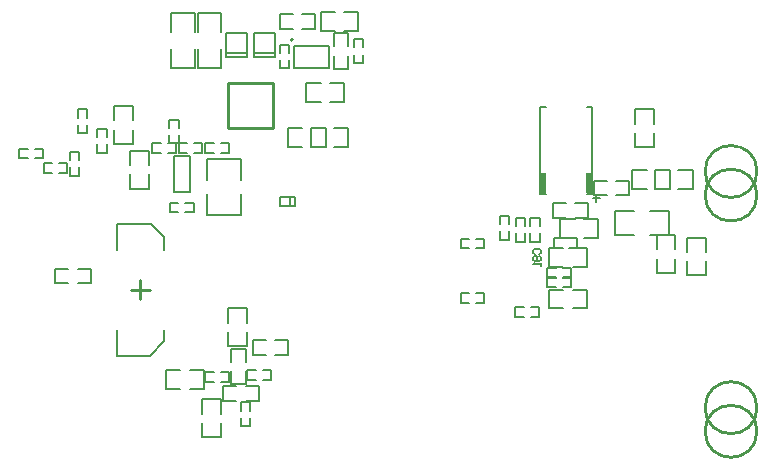
<source format=gbo>
G04*
G04 #@! TF.GenerationSoftware,Altium Limited,Altium Designer,18.1.6 (161)*
G04*
G04 Layer_Color=13010237*
%FSLAX44Y44*%
%MOMM*%
G71*
G01*
G75*
%ADD12C,0.2000*%
%ADD13C,0.2540*%
%ADD14C,0.1500*%
%ADD17R,0.5000X1.8000*%
%ADD174R,0.5000X1.7500*%
D12*
X279000Y471500D02*
G03*
X279000Y471500I-1000J0D01*
G01*
X130000Y293875D02*
Y315875D01*
X159000D01*
X170000Y293875D02*
Y304875D01*
X159000Y315875D02*
X170000Y304875D01*
X158000Y204125D02*
X170000Y216125D01*
Y226125D01*
X130000Y204125D02*
X158000D01*
X130000D02*
Y226125D01*
X178350Y342420D02*
X191558D01*
X178350D02*
Y372900D01*
X191558D01*
Y342420D02*
Y372900D01*
X280000Y447500D02*
X310000D01*
Y466500D01*
X280000D02*
X310000D01*
X280000Y447500D02*
Y466500D01*
X488500Y341000D02*
Y415000D01*
X532500Y341000D02*
Y415000D01*
X488500Y341000D02*
X493000D01*
X528000D02*
X532500D01*
X488500Y415000D02*
X493000D01*
X528000D02*
X532500D01*
X536000Y334500D02*
Y340500D01*
X533000Y337500D02*
X539000Y337500D01*
X276500Y330500D02*
Y338500D01*
X268000Y330500D02*
X281000D01*
X268000D02*
Y334500D01*
X281000Y330500D02*
Y334500D01*
X268000D02*
Y338500D01*
X281000Y334500D02*
Y338500D01*
X268000D02*
X281000D01*
D13*
X672000Y140000D02*
G03*
X672000Y140000I-22000J0D01*
G01*
X672000Y160000D02*
G03*
X672000Y160000I-22000J0D01*
G01*
Y340000D02*
G03*
X672000Y340000I-22000J0D01*
G01*
X672000Y360000D02*
G03*
X672000Y360000I-22000J0D01*
G01*
X262000Y397000D02*
Y435000D01*
X224000D02*
X262000D01*
X224000Y397000D02*
Y435000D01*
Y397000D02*
X262000D01*
X150000Y252000D02*
Y268000D01*
X142000Y260000D02*
X158000D01*
D14*
X294000Y380500D02*
Y396500D01*
X326000Y380500D02*
Y396500D01*
X294000Y380500D02*
X306000D01*
X314000D02*
X326000D01*
X294000Y396500D02*
X306000D01*
X314000D02*
X326000D01*
X275000Y380500D02*
Y396500D01*
X307000Y380500D02*
Y396500D01*
X275000Y380500D02*
X287000D01*
X295000D02*
X307000D01*
X275000Y396500D02*
X287000D01*
X295000D02*
X307000D01*
X496000Y279000D02*
Y295000D01*
X528000Y279000D02*
Y295000D01*
X496000Y279000D02*
X508000D01*
X516000D02*
X528000D01*
X496000Y295000D02*
X508000D01*
X516000D02*
X528000D01*
X314000Y447000D02*
X326000D01*
X314000Y477000D02*
X326000D01*
Y447000D02*
Y458000D01*
Y466000D02*
Y477000D01*
X314000Y447000D02*
Y458000D01*
Y466000D02*
Y477000D01*
X78000Y265500D02*
Y277500D01*
X108000Y265500D02*
Y277500D01*
X78000Y265500D02*
X89000D01*
X97000D02*
X108000D01*
X78000Y277500D02*
X89000D01*
X97000D02*
X108000D01*
X587000Y274000D02*
X603000D01*
X587000Y306000D02*
X603000D01*
Y274000D02*
Y286000D01*
Y294000D02*
Y306000D01*
X587000Y274000D02*
Y286000D01*
Y294000D02*
Y306000D01*
X239000Y178000D02*
X250000D01*
X220000D02*
X231000D01*
X239000Y166000D02*
X250000D01*
X220000D02*
X231000D01*
X250000D02*
Y178000D01*
X220000Y166000D02*
Y178000D01*
X206000Y370500D02*
X235500D01*
Y353000D02*
Y370500D01*
X205990Y353000D02*
X206000Y370500D01*
X235500Y323500D02*
X235510Y341000D01*
X206000Y323500D02*
Y341000D01*
Y323500D02*
X235500D01*
X529000Y321000D02*
Y333000D01*
X499000Y321000D02*
Y333000D01*
X518000D02*
X529000D01*
X499000D02*
X510000D01*
X518000Y321000D02*
X529000D01*
X499000D02*
X510000D01*
X505500Y304000D02*
Y320000D01*
X537500Y304000D02*
Y320000D01*
X505500Y304000D02*
X517500D01*
X525500D02*
X537500D01*
X505500Y320000D02*
X517500D01*
X525500D02*
X537500D01*
X488000Y300500D02*
Y307500D01*
Y313500D02*
Y320500D01*
X480000Y300500D02*
Y307500D01*
Y313500D02*
Y320500D01*
Y300500D02*
X488000D01*
X480000Y320500D02*
X488000D01*
X160000Y376000D02*
X167000D01*
X173000D02*
X180000D01*
X160000Y384000D02*
X167000D01*
X173000D02*
X180000D01*
X160000Y376000D02*
Y384000D01*
X180000Y376000D02*
Y384000D01*
X141000Y345500D02*
X157000D01*
X141000Y377500D02*
X157000D01*
Y345500D02*
Y357500D01*
Y365500D02*
Y377500D01*
X141000Y345500D02*
Y357500D01*
Y365500D02*
Y377500D01*
X454000Y315250D02*
Y322250D01*
Y302250D02*
Y309250D01*
X462000Y315250D02*
Y322250D01*
Y302250D02*
Y309250D01*
X454000Y322250D02*
X462000D01*
X454000Y302250D02*
X462000D01*
X60500Y379000D02*
X67500D01*
X47500D02*
X54500D01*
X60500Y371000D02*
X67500D01*
X47500D02*
X54500D01*
X67500D02*
Y379000D01*
X47500Y371000D02*
Y379000D01*
X90000Y369500D02*
Y376500D01*
Y356500D02*
Y363500D01*
X98000Y369500D02*
Y376500D01*
Y356500D02*
Y363500D01*
X90000Y376500D02*
X98000D01*
X90000Y356500D02*
X98000D01*
X480500Y245000D02*
X487500D01*
X467500D02*
X474500D01*
X480500Y237000D02*
X487500D01*
X467500D02*
X474500D01*
X487500D02*
Y245000D01*
X467500Y237000D02*
Y245000D01*
X507500Y270000D02*
X514500D01*
X494500D02*
X501500D01*
X507500Y262000D02*
X514500D01*
X494500D02*
X501500D01*
X514500D02*
Y270000D01*
X494500Y262000D02*
Y270000D01*
X441000Y295250D02*
Y303250D01*
X421000Y295250D02*
Y303250D01*
X434000D02*
X441000D01*
X421000D02*
X428000D01*
X434000Y295250D02*
X441000D01*
X421000D02*
X428000D01*
X421000Y248750D02*
X428000D01*
X434000D02*
X441000D01*
X421000Y256750D02*
X428000D01*
X434000D02*
X441000D01*
X421000Y248750D02*
Y256750D01*
X441000Y248750D02*
Y256750D01*
X500000Y295500D02*
Y303500D01*
X520000Y295500D02*
Y303500D01*
X500000Y295500D02*
X507000D01*
X513000D02*
X520000D01*
X500000Y303500D02*
X507000D01*
X513000D02*
X520000D01*
X205000Y376000D02*
X212000D01*
X218000D02*
X225000D01*
X205000Y384000D02*
X212000D01*
X218000D02*
X225000D01*
X205000Y376000D02*
Y384000D01*
X225000Y376000D02*
Y384000D01*
X227000Y180000D02*
X239000D01*
X227000Y210000D02*
X239000D01*
Y180000D02*
Y191000D01*
Y199000D02*
Y210000D01*
X227000Y180000D02*
Y191000D01*
Y199000D02*
Y210000D01*
X182500Y384000D02*
Y391000D01*
Y397000D02*
Y404000D01*
X174500Y384000D02*
Y391000D01*
Y397000D02*
Y404000D01*
Y384000D02*
X182500D01*
X174500Y404000D02*
X182500D01*
X202250Y376000D02*
Y384000D01*
X182250Y376000D02*
Y384000D01*
X195250D02*
X202250D01*
X182250D02*
X189250D01*
X195250Y376000D02*
X202250D01*
X182250D02*
X189250D01*
X113500Y396000D02*
X121500D01*
X113500Y376000D02*
X121500D01*
X113500Y389000D02*
Y396000D01*
Y376000D02*
Y383000D01*
X121500Y389000D02*
Y396000D01*
Y376000D02*
Y383000D01*
X551500Y306500D02*
Y326500D01*
X597500Y306500D02*
Y326500D01*
X551500Y306500D02*
X567500D01*
X581500D02*
X597500D01*
X551500Y326500D02*
X567500D01*
X581500D02*
X597500D01*
X507500Y278500D02*
X514500D01*
X494500D02*
X501500D01*
X507500Y270500D02*
X514500D01*
X494500D02*
X501500D01*
X514500D02*
Y278500D01*
X494500Y270500D02*
Y278500D01*
X467750Y313500D02*
Y320500D01*
Y300500D02*
Y307500D01*
X475750Y313500D02*
Y320500D01*
Y300500D02*
Y307500D01*
X467750Y320500D02*
X475750D01*
X467750Y300500D02*
X475750D01*
X566500Y345500D02*
X578500D01*
X586500D02*
X598500D01*
X566500Y361500D02*
X578500D01*
X586500D02*
X598500D01*
X566500Y345500D02*
Y361500D01*
X598500Y345500D02*
Y361500D01*
X81000Y367000D02*
X88000D01*
X68000D02*
X75000D01*
X81000Y359000D02*
X88000D01*
X68000D02*
X75000D01*
X88000D02*
Y367000D01*
X68000Y359000D02*
Y367000D01*
X188000Y333500D02*
X195000D01*
X175000D02*
X182000D01*
X188000Y325500D02*
X195000D01*
X175000D02*
X182000D01*
X195000D02*
Y333500D01*
X175000Y325500D02*
Y333500D01*
X564000Y340000D02*
Y352000D01*
X534000Y340000D02*
Y352000D01*
X553000D02*
X564000D01*
X534000D02*
X545000D01*
X553000Y340000D02*
X564000D01*
X534000D02*
X545000D01*
X496000Y244000D02*
Y260000D01*
X528000Y244000D02*
Y260000D01*
X496000Y244000D02*
X508000D01*
X516000D02*
X528000D01*
X496000Y260000D02*
X508000D01*
X516000D02*
X528000D01*
X310500Y435000D02*
X322500D01*
X290500D02*
X302500D01*
X310500Y419000D02*
X322500D01*
X290500D02*
X302500D01*
X322500D02*
Y435000D01*
X290500Y419000D02*
Y435000D01*
X268000Y481000D02*
X279000D01*
X287000D02*
X298000D01*
X268000Y493000D02*
X279000D01*
X287000D02*
X298000D01*
X268000Y481000D02*
Y493000D01*
X298000Y481000D02*
Y493000D01*
X222500Y460500D02*
X240500D01*
X222500Y456500D02*
X240500D01*
X222500D02*
Y477500D01*
X240500D01*
Y456500D02*
Y477500D01*
X246000Y460500D02*
X264000D01*
X246000Y456500D02*
X264000D01*
X246000D02*
Y477500D01*
X264000D01*
Y456500D02*
Y477500D01*
X198500Y448000D02*
X218500D01*
X198500Y494000D02*
X218500D01*
Y448000D02*
Y464000D01*
Y478000D02*
Y494000D01*
X198500Y448000D02*
Y464000D01*
Y478000D02*
Y494000D01*
X322500Y495000D02*
X334500D01*
X302500D02*
X314500D01*
X322500Y479000D02*
X334500D01*
X302500D02*
X314500D01*
X334500D02*
Y495000D01*
X302500Y479000D02*
Y495000D01*
X176000Y494000D02*
X196000D01*
X176000Y448000D02*
X196000D01*
X176000Y478000D02*
Y494000D01*
Y448000D02*
Y464000D01*
X196000Y478000D02*
Y494000D01*
Y448000D02*
Y464000D01*
X268000Y467500D02*
X276000D01*
X268000Y447500D02*
X276000D01*
X268000Y460500D02*
Y467500D01*
Y447500D02*
Y454500D01*
X276000Y460500D02*
Y467500D01*
Y447500D02*
Y454500D01*
X605500Y361500D02*
X617500D01*
X585500D02*
X597500D01*
X605500Y345500D02*
X617500D01*
X585500D02*
X597500D01*
X617500D02*
Y361500D01*
X585500Y345500D02*
Y361500D01*
X275000Y205000D02*
Y217000D01*
X245000Y205000D02*
Y217000D01*
X264000D02*
X275000D01*
X245000D02*
X256000D01*
X264000Y205000D02*
X275000D01*
X245000D02*
X256000D01*
X203750Y175500D02*
Y191500D01*
X171750Y175500D02*
Y191500D01*
X191750D02*
X203750D01*
X171750D02*
X183750D01*
X191750Y175500D02*
X203750D01*
X171750D02*
X183750D01*
X205000Y182000D02*
X212000D01*
X218000D02*
X225000D01*
X205000Y190000D02*
X212000D01*
X218000D02*
X225000D01*
X205000Y182000D02*
Y190000D01*
X225000Y182000D02*
Y190000D01*
X235000Y157500D02*
Y164500D01*
Y144500D02*
Y151500D01*
X243000Y157500D02*
Y164500D01*
Y144500D02*
Y151500D01*
X235000Y164500D02*
X243000D01*
X235000Y144500D02*
X243000D01*
X240500Y183500D02*
X247500D01*
X253500D02*
X260500D01*
X240500Y191500D02*
X247500D01*
X253500D02*
X260500D01*
X240500Y183500D02*
Y191500D01*
X260500Y183500D02*
Y191500D01*
X224000Y212000D02*
X240000D01*
X224000Y244000D02*
X240000D01*
Y212000D02*
Y224000D01*
Y232000D02*
Y244000D01*
X224000Y212000D02*
Y224000D01*
Y232000D02*
Y244000D01*
X202000Y167000D02*
X218000D01*
X202000Y135000D02*
X218000D01*
X202000Y155000D02*
Y167000D01*
Y135000D02*
Y147000D01*
X218000Y155000D02*
Y167000D01*
Y135000D02*
Y147000D01*
X612500Y304000D02*
X628500D01*
X612500Y272000D02*
X628500D01*
X612500Y292000D02*
Y304000D01*
Y272000D02*
Y284000D01*
X628500Y292000D02*
Y304000D01*
Y272000D02*
Y284000D01*
X568500Y400500D02*
Y412500D01*
Y380500D02*
Y392500D01*
X584500Y400500D02*
Y412500D01*
Y380500D02*
Y392500D01*
X568500Y412500D02*
X584500D01*
X568500Y380500D02*
X584500D01*
X330500Y452000D02*
X338500D01*
X330500Y472000D02*
X338500D01*
Y452000D02*
Y459000D01*
Y465000D02*
Y472000D01*
X330500Y452000D02*
Y459000D01*
Y465000D02*
Y472000D01*
X97000Y412500D02*
X105000D01*
X97000Y392500D02*
X105000D01*
X97000Y405500D02*
Y412500D01*
Y392500D02*
Y399500D01*
X105000Y405500D02*
Y412500D01*
Y392500D02*
Y399500D01*
X127500Y403500D02*
Y415500D01*
Y383500D02*
Y395500D01*
X143500Y403500D02*
Y415500D01*
Y383500D02*
Y395500D01*
X127500Y415500D02*
X143500D01*
X127500Y383500D02*
X143500D01*
X483761Y290240D02*
X482761Y291240D01*
Y293239D01*
X483761Y294239D01*
X487759D01*
X488759Y293239D01*
Y291240D01*
X487759Y290240D01*
Y288241D02*
X488759Y287241D01*
Y285242D01*
X487759Y284242D01*
X483761D01*
X482761Y285242D01*
Y287241D01*
X483761Y288241D01*
X484760D01*
X485760Y287241D01*
Y284242D01*
X488759Y282243D02*
Y280243D01*
Y281243D01*
X482761D01*
X483761Y282243D01*
D17*
X530000Y350000D02*
D03*
D174*
X491000Y350250D02*
D03*
M02*

</source>
